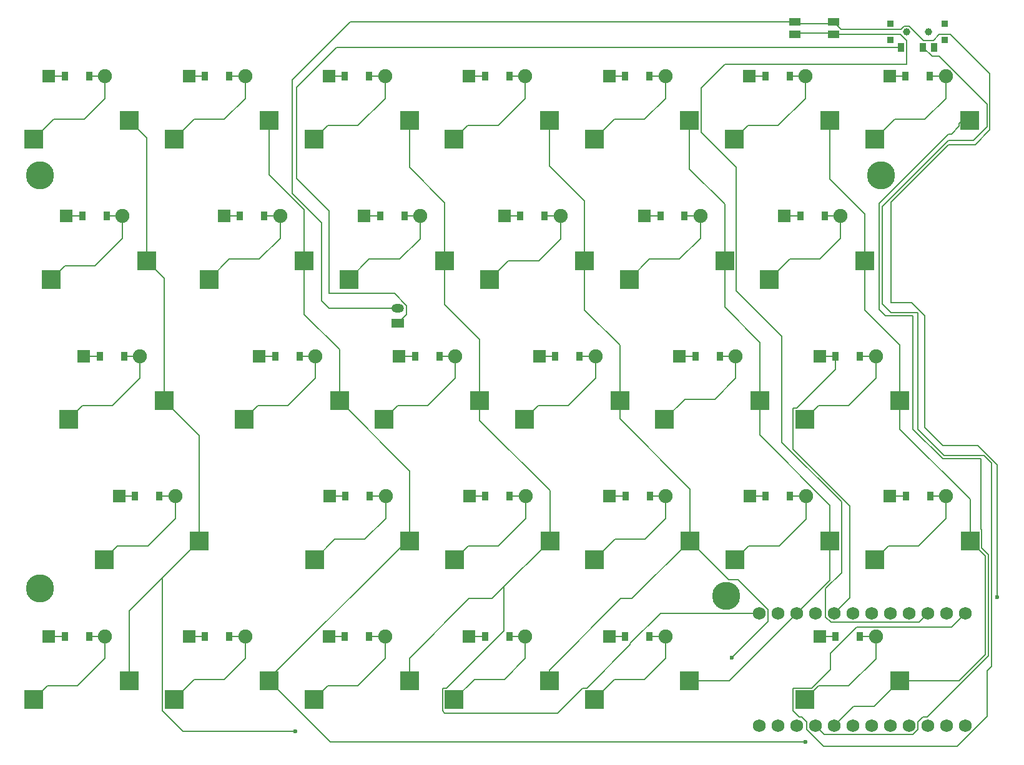
<source format=gbr>
%TF.GenerationSoftware,KiCad,Pcbnew,9.0.7*%
%TF.CreationDate,2026-01-20T23:15:53-08:00*%
%TF.ProjectId,left,6c656674-2e6b-4696-9361-645f70636258,v1.0.0*%
%TF.SameCoordinates,Original*%
%TF.FileFunction,Copper,L2,Bot*%
%TF.FilePolarity,Positive*%
%FSLAX46Y46*%
G04 Gerber Fmt 4.6, Leading zero omitted, Abs format (unit mm)*
G04 Created by KiCad (PCBNEW 9.0.7) date 2026-01-20 23:15:53*
%MOMM*%
%LPD*%
G01*
G04 APERTURE LIST*
%TA.AperFunction,SMDPad,CuDef*%
%ADD10R,0.900000X0.900000*%
%TD*%
%TA.AperFunction,WasherPad*%
%ADD11C,1.000000*%
%TD*%
%TA.AperFunction,SMDPad,CuDef*%
%ADD12R,0.900000X1.250000*%
%TD*%
%TA.AperFunction,SMDPad,CuDef*%
%ADD13R,2.550000X2.500000*%
%TD*%
%TA.AperFunction,ComponentPad*%
%ADD14R,1.778000X1.778000*%
%TD*%
%TA.AperFunction,SMDPad,CuDef*%
%ADD15R,0.900000X1.200000*%
%TD*%
%TA.AperFunction,ComponentPad*%
%ADD16C,1.905000*%
%TD*%
%TA.AperFunction,ComponentPad*%
%ADD17C,3.800000*%
%TD*%
%TA.AperFunction,ComponentPad*%
%ADD18R,1.700000X1.200000*%
%TD*%
%TA.AperFunction,ComponentPad*%
%ADD19O,1.700000X1.200000*%
%TD*%
%TA.AperFunction,SMDPad,CuDef*%
%ADD20R,1.550000X1.000000*%
%TD*%
%TA.AperFunction,ComponentPad*%
%ADD21C,1.752600*%
%TD*%
%TA.AperFunction,ViaPad*%
%ADD22C,0.600000*%
%TD*%
%TA.AperFunction,Conductor*%
%ADD23C,0.200000*%
%TD*%
G04 APERTURE END LIST*
D10*
%TO.P,T1,*%
%TO.N,*%
X210300000Y-63400000D03*
X210300000Y-65600000D03*
D11*
X212500000Y-64500000D03*
X215500000Y-64500000D03*
D10*
X217700000Y-63400000D03*
X217700000Y-65600000D03*
D12*
%TO.P,T1,1*%
%TO.N,pos*%
X211750000Y-66575000D03*
%TO.P,T1,2*%
%TO.N,RAW*%
X214750000Y-66575000D03*
%TO.P,T1,3*%
%TO.N,N/C*%
X216250000Y-66575000D03*
%TD*%
D13*
%TO.P,S5,1*%
%TO.N,P106*%
X107085000Y-76540000D03*
%TO.P,S5,2*%
%TO.N,c1_num*%
X94158000Y-79080000D03*
%TD*%
D14*
%TO.P,D28,1*%
%TO.N,P115*%
X200715000Y-108500000D03*
D15*
X202875000Y-108500000D03*
%TO.P,D28,2*%
%TO.N,c6_home*%
X206175000Y-108500000D03*
D16*
X208335000Y-108500000D03*
%TD*%
D17*
%TO.P,H4,*%
%TO.N,*%
X188050000Y-141000000D03*
%TD*%
D13*
%TO.P,S12,1*%
%TO.N,P009*%
X164135000Y-133540000D03*
%TO.P,S12,2*%
%TO.N,c3_bottom*%
X151208000Y-136080000D03*
%TD*%
D18*
%TO.P,JST1,1*%
%TO.N,pos*%
X143525000Y-104000000D03*
D19*
%TO.P,JST1,2*%
%TO.N,GND*%
X143525000Y-102000000D03*
%TD*%
D14*
%TO.P,D15,1*%
%TO.N,P029*%
X134190000Y-70500000D03*
D15*
X136350000Y-70500000D03*
%TO.P,D15,2*%
%TO.N,c3_num*%
X139650000Y-70500000D03*
D16*
X141810000Y-70500000D03*
%TD*%
D20*
%TO.P,B1,1*%
%TO.N,GND*%
X197375000Y-63150000D03*
X202625000Y-63150000D03*
%TO.P,B1,2*%
%TO.N,RST*%
X197375000Y-64850000D03*
X202625000Y-64850000D03*
%TD*%
D14*
%TO.P,D24,1*%
%TO.N,P031*%
X176952500Y-89500000D03*
D15*
X179112500Y-89500000D03*
%TO.P,D24,2*%
%TO.N,c5_top*%
X182412500Y-89500000D03*
D16*
X184572500Y-89500000D03*
%TD*%
D13*
%TO.P,S4,1*%
%TO.N,P106*%
X109466250Y-95540000D03*
%TO.P,S4,2*%
%TO.N,c1_top*%
X96539250Y-98080000D03*
%TD*%
D14*
%TO.P,D27,1*%
%TO.N,P010*%
X210240000Y-127500000D03*
D15*
X212400000Y-127500000D03*
%TO.P,D27,2*%
%TO.N,c6_bottom*%
X215700000Y-127500000D03*
D16*
X217860000Y-127500000D03*
%TD*%
D14*
%TO.P,D29,1*%
%TO.N,P031*%
X195952500Y-89500000D03*
D15*
X198112500Y-89500000D03*
%TO.P,D29,2*%
%TO.N,c6_top*%
X201412500Y-89500000D03*
D16*
X203572500Y-89500000D03*
%TD*%
D14*
%TO.P,D13,1*%
%TO.N,P115*%
X143715000Y-108500000D03*
D15*
X145875000Y-108500000D03*
%TO.P,D13,2*%
%TO.N,c3_home*%
X149175000Y-108500000D03*
D16*
X151335000Y-108500000D03*
%TD*%
D13*
%TO.P,S17,1*%
%TO.N,P020*%
X183135000Y-133540000D03*
%TO.P,S17,2*%
%TO.N,c4_bottom*%
X170208000Y-136080000D03*
%TD*%
%TO.P,S14,1*%
%TO.N,P009*%
X149847500Y-95540000D03*
%TO.P,S14,2*%
%TO.N,c3_top*%
X136920500Y-98080000D03*
%TD*%
%TO.P,S15,1*%
%TO.N,P009*%
X145085000Y-76540000D03*
%TO.P,S15,2*%
%TO.N,c3_num*%
X132158000Y-79080000D03*
%TD*%
%TO.P,S26,1*%
%TO.N,P024*%
X211610000Y-152540000D03*
%TO.P,S26,2*%
%TO.N,c6_mod*%
X198683000Y-155080000D03*
%TD*%
%TO.P,S19,1*%
%TO.N,P020*%
X168847500Y-95540000D03*
%TO.P,S19,2*%
%TO.N,c4_top*%
X155920500Y-98080000D03*
%TD*%
%TO.P,S23,1*%
%TO.N,P111*%
X192610000Y-114540000D03*
%TO.P,S23,2*%
%TO.N,c5_home*%
X179683000Y-117080000D03*
%TD*%
%TO.P,S25,1*%
%TO.N,P111*%
X183085000Y-76540000D03*
%TO.P,S25,2*%
%TO.N,c5_num*%
X170158000Y-79080000D03*
%TD*%
D14*
%TO.P,D23,1*%
%TO.N,P115*%
X181715000Y-108500000D03*
D15*
X183875000Y-108500000D03*
%TO.P,D23,2*%
%TO.N,c5_home*%
X187175000Y-108500000D03*
D16*
X189335000Y-108500000D03*
%TD*%
D14*
%TO.P,D14,1*%
%TO.N,P031*%
X138952500Y-89500000D03*
D15*
X141112500Y-89500000D03*
%TO.P,D14,2*%
%TO.N,c3_top*%
X144412500Y-89500000D03*
D16*
X146572500Y-89500000D03*
%TD*%
D17*
%TO.P,H3,*%
%TO.N,*%
X95000000Y-140000000D03*
%TD*%
D13*
%TO.P,S13,1*%
%TO.N,P009*%
X154610000Y-114540000D03*
%TO.P,S13,2*%
%TO.N,c3_home*%
X141683000Y-117080000D03*
%TD*%
D14*
%TO.P,D31,1*%
%TO.N,P029*%
X210190000Y-70500000D03*
D15*
X212350000Y-70500000D03*
%TO.P,D31,2*%
%TO.N,c7_num*%
X215650000Y-70500000D03*
D16*
X217810000Y-70500000D03*
%TD*%
D13*
%TO.P,S31,1*%
%TO.N,P100*%
X221085000Y-76540000D03*
%TO.P,S31,2*%
%TO.N,c7_num*%
X208158000Y-79080000D03*
%TD*%
D14*
%TO.P,D10,1*%
%TO.N,P029*%
X115190000Y-70500000D03*
D15*
X117350000Y-70500000D03*
%TO.P,D10,2*%
%TO.N,c2_num*%
X120650000Y-70500000D03*
D16*
X122810000Y-70500000D03*
%TD*%
D13*
%TO.P,S28,1*%
%TO.N,P024*%
X211610000Y-114540000D03*
%TO.P,S28,2*%
%TO.N,c6_home*%
X198683000Y-117080000D03*
%TD*%
%TO.P,S27,1*%
%TO.N,P024*%
X221135000Y-133540000D03*
%TO.P,S27,2*%
%TO.N,c6_bottom*%
X208208000Y-136080000D03*
%TD*%
%TO.P,S24,1*%
%TO.N,P111*%
X187847500Y-95540000D03*
%TO.P,S24,2*%
%TO.N,c5_top*%
X174920500Y-98080000D03*
%TD*%
D17*
%TO.P,H2,*%
%TO.N,*%
X209000000Y-84000000D03*
%TD*%
D13*
%TO.P,S20,1*%
%TO.N,P020*%
X164085000Y-76540000D03*
%TO.P,S20,2*%
%TO.N,c4_num*%
X151158000Y-79080000D03*
%TD*%
D14*
%TO.P,D30,1*%
%TO.N,P029*%
X191190000Y-70500000D03*
D15*
X193350000Y-70500000D03*
%TO.P,D30,2*%
%TO.N,c6_num*%
X196650000Y-70500000D03*
D16*
X198810000Y-70500000D03*
%TD*%
D13*
%TO.P,S3,1*%
%TO.N,P106*%
X111847500Y-114540000D03*
%TO.P,S3,2*%
%TO.N,c1_home*%
X98920500Y-117080000D03*
%TD*%
%TO.P,S30,1*%
%TO.N,P024*%
X202085000Y-76540000D03*
%TO.P,S30,2*%
%TO.N,c6_num*%
X189158000Y-79080000D03*
%TD*%
%TO.P,S10,1*%
%TO.N,P008*%
X126085000Y-76540000D03*
%TO.P,S10,2*%
%TO.N,c2_num*%
X113158000Y-79080000D03*
%TD*%
D14*
%TO.P,D22,1*%
%TO.N,P010*%
X191240000Y-127500000D03*
D15*
X193400000Y-127500000D03*
%TO.P,D22,2*%
%TO.N,c5_bottom*%
X196700000Y-127500000D03*
D16*
X198860000Y-127500000D03*
%TD*%
D14*
%TO.P,D3,1*%
%TO.N,P115*%
X100952500Y-108500000D03*
D15*
X103112500Y-108500000D03*
%TO.P,D3,2*%
%TO.N,c1_home*%
X106412500Y-108500000D03*
D16*
X108572500Y-108500000D03*
%TD*%
D14*
%TO.P,D5,1*%
%TO.N,P029*%
X96190000Y-70500000D03*
D15*
X98350000Y-70500000D03*
%TO.P,D5,2*%
%TO.N,c1_num*%
X101650000Y-70500000D03*
D16*
X103810000Y-70500000D03*
%TD*%
D14*
%TO.P,D2,1*%
%TO.N,P010*%
X105715000Y-127500000D03*
D15*
X107875000Y-127500000D03*
%TO.P,D2,2*%
%TO.N,c1_bottom*%
X111175000Y-127500000D03*
D16*
X113335000Y-127500000D03*
%TD*%
D14*
%TO.P,D17,1*%
%TO.N,P010*%
X172240000Y-127500000D03*
D15*
X174400000Y-127500000D03*
%TO.P,D17,2*%
%TO.N,c4_bottom*%
X177700000Y-127500000D03*
D16*
X179860000Y-127500000D03*
%TD*%
D14*
%TO.P,D11,1*%
%TO.N,P011*%
X134190000Y-146500000D03*
D15*
X136350000Y-146500000D03*
%TO.P,D11,2*%
%TO.N,c3_mod*%
X139650000Y-146500000D03*
D16*
X141810000Y-146500000D03*
%TD*%
D14*
%TO.P,D18,1*%
%TO.N,P115*%
X162715000Y-108500000D03*
D15*
X164875000Y-108500000D03*
%TO.P,D18,2*%
%TO.N,c4_home*%
X168175000Y-108500000D03*
D16*
X170335000Y-108500000D03*
%TD*%
D14*
%TO.P,D12,1*%
%TO.N,P010*%
X153240000Y-127500000D03*
D15*
X155400000Y-127500000D03*
%TO.P,D12,2*%
%TO.N,c3_bottom*%
X158700000Y-127500000D03*
D16*
X160860000Y-127500000D03*
%TD*%
D14*
%TO.P,D20,1*%
%TO.N,P029*%
X153190000Y-70500000D03*
D15*
X155350000Y-70500000D03*
%TO.P,D20,2*%
%TO.N,c4_num*%
X158650000Y-70500000D03*
D16*
X160810000Y-70500000D03*
%TD*%
D14*
%TO.P,D16,1*%
%TO.N,P011*%
X153190000Y-146500000D03*
D15*
X155350000Y-146500000D03*
%TO.P,D16,2*%
%TO.N,c4_mod*%
X158650000Y-146500000D03*
D16*
X160810000Y-146500000D03*
%TD*%
D14*
%TO.P,D21,1*%
%TO.N,P011*%
X172190000Y-146500000D03*
D15*
X174350000Y-146500000D03*
%TO.P,D21,2*%
%TO.N,c5_mod*%
X177650000Y-146500000D03*
D16*
X179810000Y-146500000D03*
%TD*%
D13*
%TO.P,S18,1*%
%TO.N,P020*%
X173610000Y-114540000D03*
%TO.P,S18,2*%
%TO.N,c4_home*%
X160683000Y-117080000D03*
%TD*%
%TO.P,S11,1*%
%TO.N,P009*%
X145085000Y-152540000D03*
%TO.P,S11,2*%
%TO.N,c3_mod*%
X132158000Y-155080000D03*
%TD*%
D14*
%TO.P,D8,1*%
%TO.N,P115*%
X124715000Y-108500000D03*
D15*
X126875000Y-108500000D03*
%TO.P,D8,2*%
%TO.N,c2_home*%
X130175000Y-108500000D03*
D16*
X132335000Y-108500000D03*
%TD*%
D14*
%TO.P,D26,1*%
%TO.N,P011*%
X200715000Y-146500000D03*
D15*
X202875000Y-146500000D03*
%TO.P,D26,2*%
%TO.N,c6_mod*%
X206175000Y-146500000D03*
D16*
X208335000Y-146500000D03*
%TD*%
D14*
%TO.P,D7,1*%
%TO.N,P010*%
X134240000Y-127500000D03*
D15*
X136400000Y-127500000D03*
%TO.P,D7,2*%
%TO.N,c2_bottom*%
X139700000Y-127500000D03*
D16*
X141860000Y-127500000D03*
%TD*%
D13*
%TO.P,S6,1*%
%TO.N,P008*%
X126085000Y-152540000D03*
%TO.P,S6,2*%
%TO.N,c2_mod*%
X113158000Y-155080000D03*
%TD*%
D14*
%TO.P,D6,1*%
%TO.N,P011*%
X115190000Y-146500000D03*
D15*
X117350000Y-146500000D03*
%TO.P,D6,2*%
%TO.N,c2_mod*%
X120650000Y-146500000D03*
D16*
X122810000Y-146500000D03*
%TD*%
D13*
%TO.P,S9,1*%
%TO.N,P008*%
X130847500Y-95540000D03*
%TO.P,S9,2*%
%TO.N,c2_top*%
X117920500Y-98080000D03*
%TD*%
%TO.P,S1,1*%
%TO.N,P106*%
X107085000Y-152540000D03*
%TO.P,S1,2*%
%TO.N,c1_mod*%
X94158000Y-155080000D03*
%TD*%
D14*
%TO.P,D19,1*%
%TO.N,P031*%
X157952500Y-89500000D03*
D15*
X160112500Y-89500000D03*
%TO.P,D19,2*%
%TO.N,c4_top*%
X163412500Y-89500000D03*
D16*
X165572500Y-89500000D03*
%TD*%
D13*
%TO.P,S16,1*%
%TO.N,P020*%
X164085000Y-152540000D03*
%TO.P,S16,2*%
%TO.N,c4_mod*%
X151158000Y-155080000D03*
%TD*%
D14*
%TO.P,D9,1*%
%TO.N,P031*%
X119952500Y-89500000D03*
D15*
X122112500Y-89500000D03*
%TO.P,D9,2*%
%TO.N,c2_top*%
X125412500Y-89500000D03*
D16*
X127572500Y-89500000D03*
%TD*%
D13*
%TO.P,S8,1*%
%TO.N,P008*%
X135610000Y-114540000D03*
%TO.P,S8,2*%
%TO.N,c2_home*%
X122683000Y-117080000D03*
%TD*%
D14*
%TO.P,D1,1*%
%TO.N,P011*%
X96190000Y-146500000D03*
D15*
X98350000Y-146500000D03*
%TO.P,D1,2*%
%TO.N,c1_mod*%
X101650000Y-146500000D03*
D16*
X103810000Y-146500000D03*
%TD*%
D14*
%TO.P,D4,1*%
%TO.N,P031*%
X98571250Y-89500000D03*
D15*
X100731250Y-89500000D03*
%TO.P,D4,2*%
%TO.N,c1_top*%
X104031250Y-89500000D03*
D16*
X106191250Y-89500000D03*
%TD*%
D17*
%TO.P,H1,*%
%TO.N,*%
X95000000Y-84000000D03*
%TD*%
D13*
%TO.P,S21,1*%
%TO.N,P111*%
X183085000Y-152540000D03*
%TO.P,S21,2*%
%TO.N,c5_mod*%
X170158000Y-155080000D03*
%TD*%
%TO.P,S29,1*%
%TO.N,P024*%
X206847500Y-95540000D03*
%TO.P,S29,2*%
%TO.N,c6_top*%
X193920500Y-98080000D03*
%TD*%
%TO.P,S22,1*%
%TO.N,P111*%
X202135000Y-133540000D03*
%TO.P,S22,2*%
%TO.N,c5_bottom*%
X189208000Y-136080000D03*
%TD*%
D14*
%TO.P,D25,1*%
%TO.N,P029*%
X172190000Y-70500000D03*
D15*
X174350000Y-70500000D03*
%TO.P,D25,2*%
%TO.N,c5_num*%
X177650000Y-70500000D03*
D16*
X179810000Y-70500000D03*
%TD*%
D13*
%TO.P,S7,1*%
%TO.N,P008*%
X145135000Y-133540000D03*
%TO.P,S7,2*%
%TO.N,c2_bottom*%
X132208000Y-136080000D03*
%TD*%
%TO.P,S2,1*%
%TO.N,P106*%
X116610000Y-133540000D03*
%TO.P,S2,2*%
%TO.N,c1_bottom*%
X103683000Y-136080000D03*
%TD*%
D21*
%TO.P,MCU1,1*%
%TO.N,P006*%
X220495000Y-158620000D03*
%TO.P,MCU1,2*%
%TO.N,P008*%
X217955000Y-158620000D03*
%TO.P,MCU1,3*%
%TO.N,GND*%
X215415000Y-158620000D03*
%TO.P,MCU1,4*%
X212875000Y-158620000D03*
%TO.P,MCU1,5*%
%TO.N,P017*%
X210335000Y-158620000D03*
%TO.P,MCU1,6*%
%TO.N,P020*%
X207795000Y-158620000D03*
%TO.P,MCU1,7*%
%TO.N,P022*%
X205255000Y-158620000D03*
%TO.P,MCU1,8*%
%TO.N,P024*%
X202715000Y-158620000D03*
%TO.P,MCU1,9*%
%TO.N,P100*%
X200175000Y-158620000D03*
%TO.P,MCU1,10*%
%TO.N,P011*%
X197635000Y-158620000D03*
%TO.P,MCU1,11*%
%TO.N,P104*%
X195095000Y-158620000D03*
%TO.P,MCU1,12*%
%TO.N,P106*%
X192555000Y-158620000D03*
%TO.P,MCU1,13*%
%TO.N,P009*%
X192555000Y-143380000D03*
%TO.P,MCU1,14*%
%TO.N,P010*%
X195095000Y-143380000D03*
%TO.P,MCU1,15*%
%TO.N,P111*%
X197635000Y-143380000D03*
%TO.P,MCU1,16*%
%TO.N,P113*%
X200175000Y-143380000D03*
%TO.P,MCU1,17*%
%TO.N,P115*%
X202715000Y-143380000D03*
%TO.P,MCU1,18*%
%TO.N,P002*%
X205255000Y-143380000D03*
%TO.P,MCU1,19*%
%TO.N,P029*%
X207795000Y-143380000D03*
%TO.P,MCU1,20*%
%TO.N,P031*%
X210335000Y-143380000D03*
%TO.P,MCU1,21*%
%TO.N,VCC*%
X212875000Y-143380000D03*
%TO.P,MCU1,22*%
%TO.N,RST*%
X215415000Y-143380000D03*
%TO.P,MCU1,23*%
%TO.N,GND*%
X217955000Y-143380000D03*
%TO.P,MCU1,24*%
%TO.N,RAW*%
X220495000Y-143380000D03*
%TD*%
D22*
%TO.N,P106*%
X129600000Y-159400000D03*
%TO.N,P008*%
X198800000Y-160800000D03*
%TO.N,P020*%
X188800000Y-149400000D03*
%TO.N,GND*%
X224800000Y-141200000D03*
%TD*%
D23*
%TO.N,P106*%
X116610000Y-119302500D02*
X116610000Y-133540000D01*
X111847500Y-114540000D02*
X116610000Y-119302500D01*
X109466250Y-95540000D02*
X111847500Y-97921250D01*
X107085000Y-143065000D02*
X116610000Y-133540000D01*
X114351000Y-159400000D02*
X129600000Y-159400000D01*
X109466250Y-78921250D02*
X109466250Y-95540000D01*
X107085000Y-152540000D02*
X107085000Y-143065000D01*
X111847500Y-97921250D02*
X111847500Y-114540000D01*
X111582000Y-138568000D02*
X111582000Y-156631000D01*
X107085000Y-76540000D02*
X109466250Y-78921250D01*
X116610000Y-133540000D02*
X111582000Y-138568000D01*
X111582000Y-156631000D02*
X114351000Y-159400000D01*
%TO.N,c1_mod*%
X101650000Y-146500000D02*
X103810000Y-146500000D01*
X103810000Y-146500000D02*
X103810000Y-149506189D01*
X100087189Y-153229000D02*
X96009000Y-153229000D01*
X103810000Y-149506189D02*
X100087189Y-153229000D01*
X96009000Y-153229000D02*
X94158000Y-155080000D01*
%TO.N,c1_bottom*%
X113335000Y-127500000D02*
X113335000Y-130506189D01*
X111175000Y-127500000D02*
X113335000Y-127500000D01*
X113335000Y-130506189D02*
X109612189Y-134229000D01*
X109612189Y-134229000D02*
X105534000Y-134229000D01*
X105534000Y-134229000D02*
X103683000Y-136080000D01*
%TO.N,c1_home*%
X108572500Y-111506189D02*
X104849689Y-115229000D01*
X106412500Y-108500000D02*
X108572500Y-108500000D01*
X104849689Y-115229000D02*
X100771500Y-115229000D01*
X108572500Y-108500000D02*
X108572500Y-111506189D01*
X100771500Y-115229000D02*
X98920500Y-117080000D01*
%TO.N,c1_top*%
X98390250Y-96229000D02*
X102468439Y-96229000D01*
X106191250Y-89500000D02*
X104031250Y-89500000D01*
X96539250Y-98080000D02*
X98390250Y-96229000D01*
X102468439Y-96229000D02*
X106191250Y-92506189D01*
X106191250Y-92506189D02*
X106191250Y-89500000D01*
%TO.N,c1_num*%
X94158000Y-79080000D02*
X96893100Y-76344900D01*
X103810000Y-70500000D02*
X101650000Y-70500000D01*
X100971289Y-76344900D02*
X103810000Y-73506189D01*
X96893100Y-76344900D02*
X100971289Y-76344900D01*
X103810000Y-73506189D02*
X103810000Y-70500000D01*
%TO.N,P008*%
X145135000Y-133540000D02*
X145135000Y-124065000D01*
X126085000Y-83885000D02*
X130847500Y-88647500D01*
X126085000Y-152540000D02*
X126085000Y-152225000D01*
X126085000Y-152540000D02*
X134345000Y-160800000D01*
X144770000Y-133540000D02*
X145135000Y-133540000D01*
X145135000Y-124065000D02*
X135610000Y-114540000D01*
X126085000Y-76540000D02*
X126085000Y-83885000D01*
X134345000Y-160800000D02*
X198800000Y-160800000D01*
X130847500Y-102847500D02*
X135610000Y-107610000D01*
X126085000Y-152225000D02*
X144770000Y-133540000D01*
X130847500Y-95540000D02*
X130847500Y-102847500D01*
X130847500Y-88647500D02*
X130847500Y-95540000D01*
X135610000Y-107610000D02*
X135610000Y-114540000D01*
%TO.N,c2_mod*%
X113158000Y-155080000D02*
X115893100Y-152344900D01*
X122810000Y-146500000D02*
X120650000Y-146500000D01*
X122810000Y-149506189D02*
X122810000Y-146500000D01*
X119971289Y-152344900D02*
X122810000Y-149506189D01*
X115893100Y-152344900D02*
X119971289Y-152344900D01*
%TO.N,c2_bottom*%
X139021289Y-133344900D02*
X141860000Y-130506189D01*
X141860000Y-130506189D02*
X141860000Y-127500000D01*
X141860000Y-127500000D02*
X139700000Y-127500000D01*
X132208000Y-136080000D02*
X134943100Y-133344900D01*
X134943100Y-133344900D02*
X139021289Y-133344900D01*
%TO.N,c2_home*%
X132335000Y-111506189D02*
X128612189Y-115229000D01*
X132335000Y-108500000D02*
X132335000Y-111506189D01*
X124534000Y-115229000D02*
X122683000Y-117080000D01*
X130175000Y-108500000D02*
X132335000Y-108500000D01*
X128612189Y-115229000D02*
X124534000Y-115229000D01*
%TO.N,c2_top*%
X127572500Y-89500000D02*
X125412500Y-89500000D01*
X117920500Y-98080000D02*
X120655600Y-95344900D01*
X124733789Y-95344900D02*
X127572500Y-92506189D01*
X127572500Y-92506189D02*
X127572500Y-89500000D01*
X120655600Y-95344900D02*
X124733789Y-95344900D01*
%TO.N,c2_num*%
X122810000Y-70500000D02*
X120650000Y-70500000D01*
X119971289Y-76344900D02*
X122810000Y-73506189D01*
X115893100Y-76344900D02*
X119971289Y-76344900D01*
X122810000Y-73506189D02*
X122810000Y-70500000D01*
X113158000Y-79080000D02*
X115893100Y-76344900D01*
%TO.N,P009*%
X149882000Y-156931000D02*
X165180000Y-156931000D01*
X164135000Y-133540000D02*
X157899000Y-139776000D01*
X154610000Y-117210000D02*
X164135000Y-126735000D01*
X145085000Y-76540000D02*
X145085000Y-82885000D01*
X154610000Y-106210000D02*
X154610000Y-114540000D01*
X179118000Y-143380000D02*
X192555000Y-143380000D01*
X149847500Y-87647500D02*
X149847500Y-95540000D01*
X149582000Y-156631000D02*
X149882000Y-156931000D01*
X156275000Y-141400000D02*
X164135000Y-133540000D01*
X157899000Y-139776000D02*
X157899000Y-145784811D01*
X168582000Y-153529000D02*
X169154811Y-153529000D01*
X165180000Y-156931000D02*
X168582000Y-153529000D01*
X169154811Y-153529000D02*
X175028711Y-147655100D01*
X145085000Y-82885000D02*
X149847500Y-87647500D01*
X154610000Y-114540000D02*
X154610000Y-117210000D01*
X145085000Y-149515000D02*
X153200000Y-141400000D01*
X153200000Y-141400000D02*
X156275000Y-141400000D01*
X157899000Y-145784811D02*
X150154811Y-153529000D01*
X175028711Y-147469289D02*
X179118000Y-143380000D01*
X145085000Y-152540000D02*
X145085000Y-149515000D01*
X150154811Y-153529000D02*
X149582000Y-153529000D01*
X149847500Y-95540000D02*
X149847500Y-101447500D01*
X149847500Y-101447500D02*
X154610000Y-106210000D01*
X149582000Y-153529000D02*
X149582000Y-156631000D01*
X164135000Y-126735000D02*
X164135000Y-133540000D01*
X175028711Y-147655100D02*
X175028711Y-147469289D01*
%TO.N,c3_mod*%
X134009000Y-153229000D02*
X132158000Y-155080000D01*
X141810000Y-146500000D02*
X141810000Y-149506189D01*
X139650000Y-146500000D02*
X141810000Y-146500000D01*
X141810000Y-149506189D02*
X138087189Y-153229000D01*
X138087189Y-153229000D02*
X134009000Y-153229000D01*
%TO.N,c3_bottom*%
X158700000Y-127500000D02*
X160860000Y-127500000D01*
X160860000Y-127500000D02*
X160860000Y-130506189D01*
X160860000Y-130506189D02*
X157137189Y-134229000D01*
X157137189Y-134229000D02*
X153059000Y-134229000D01*
X153059000Y-134229000D02*
X151208000Y-136080000D01*
%TO.N,c3_home*%
X147612189Y-115229000D02*
X143534000Y-115229000D01*
X151335000Y-111506189D02*
X147612189Y-115229000D01*
X149175000Y-108500000D02*
X151335000Y-108500000D01*
X151335000Y-108500000D02*
X151335000Y-111506189D01*
X143534000Y-115229000D02*
X141683000Y-117080000D01*
%TO.N,c3_top*%
X146572500Y-89500000D02*
X144412500Y-89500000D01*
X146572500Y-92570257D02*
X146572500Y-89500000D01*
X136920500Y-98080000D02*
X139655600Y-95344900D01*
X143797857Y-95344900D02*
X146572500Y-92570257D01*
X139655600Y-95344900D02*
X143797857Y-95344900D01*
%TO.N,c3_num*%
X141810000Y-73506189D02*
X138087189Y-77229000D01*
X134009000Y-77229000D02*
X132158000Y-79080000D01*
X141810000Y-70500000D02*
X141810000Y-73506189D01*
X138087189Y-77229000D02*
X134009000Y-77229000D01*
X139650000Y-70500000D02*
X141810000Y-70500000D01*
%TO.N,P020*%
X189638954Y-138799000D02*
X193732300Y-142892346D01*
X164085000Y-82685000D02*
X168847500Y-87447500D01*
X173610000Y-114540000D02*
X173610000Y-107010000D01*
X168847500Y-87447500D02*
X168847500Y-95540000D01*
X183135000Y-126535000D02*
X173610000Y-117010000D01*
X193732300Y-144467700D02*
X188800000Y-149400000D01*
X193732300Y-142892346D02*
X193732300Y-144467700D01*
X173610000Y-107010000D02*
X168847500Y-102247500D01*
X183135000Y-133540000D02*
X183135000Y-126535000D01*
X164085000Y-152540000D02*
X164085000Y-151090000D01*
X175275000Y-141400000D02*
X183135000Y-133540000D01*
X173610000Y-117010000D02*
X173610000Y-114540000D01*
X168847500Y-102247500D02*
X168847500Y-95540000D01*
X164085000Y-151090000D02*
X173775000Y-141400000D01*
X188394000Y-138799000D02*
X189638954Y-138799000D01*
X173775000Y-141400000D02*
X175275000Y-141400000D01*
X183135000Y-133540000D02*
X188394000Y-138799000D01*
X164085000Y-76540000D02*
X164085000Y-82685000D01*
%TO.N,c4_mod*%
X151158000Y-155080000D02*
X153893100Y-152344900D01*
X160810000Y-149506189D02*
X160810000Y-146500000D01*
X157971289Y-152344900D02*
X160810000Y-149506189D01*
X160810000Y-146500000D02*
X158650000Y-146500000D01*
X153893100Y-152344900D02*
X157971289Y-152344900D01*
%TO.N,c4_bottom*%
X177021289Y-133344900D02*
X179860000Y-130506189D01*
X179860000Y-127500000D02*
X177700000Y-127500000D01*
X179860000Y-130506189D02*
X179860000Y-127500000D01*
X170208000Y-136080000D02*
X172943100Y-133344900D01*
X172943100Y-133344900D02*
X177021289Y-133344900D01*
%TO.N,c4_home*%
X166612189Y-115229000D02*
X162534000Y-115229000D01*
X162534000Y-115229000D02*
X160683000Y-117080000D01*
X168175000Y-108500000D02*
X170335000Y-108500000D01*
X170335000Y-111506189D02*
X166612189Y-115229000D01*
X170335000Y-108500000D02*
X170335000Y-111506189D01*
%TO.N,c4_top*%
X165572500Y-92570257D02*
X165572500Y-89500000D01*
X158474689Y-95525811D02*
X162616946Y-95525811D01*
X155920500Y-98080000D02*
X158474689Y-95525811D01*
X162616946Y-95525811D02*
X165572500Y-92570257D01*
X165572500Y-89500000D02*
X163412500Y-89500000D01*
%TO.N,c4_num*%
X160810000Y-70500000D02*
X160810000Y-73570257D01*
X153009000Y-77229000D02*
X151158000Y-79080000D01*
X158650000Y-70500000D02*
X160810000Y-70500000D01*
X160810000Y-73570257D02*
X157151257Y-77229000D01*
X157151257Y-77229000D02*
X153009000Y-77229000D01*
%TO.N,P111*%
X202135000Y-138880000D02*
X197635000Y-143380000D01*
X202135000Y-133540000D02*
X202135000Y-138880000D01*
X188475000Y-152540000D02*
X197635000Y-143380000D01*
X187847500Y-101847500D02*
X192610000Y-106610000D01*
X192610000Y-114540000D02*
X192610000Y-119210000D01*
X202135000Y-128735000D02*
X202135000Y-133540000D01*
X187847500Y-95540000D02*
X187847500Y-101847500D01*
X192610000Y-119210000D02*
X202135000Y-128735000D01*
X183085000Y-152540000D02*
X188475000Y-152540000D01*
X183085000Y-76540000D02*
X183085000Y-83085000D01*
X183085000Y-83085000D02*
X187847500Y-87847500D01*
X187847500Y-87847500D02*
X187847500Y-95540000D01*
X192610000Y-106610000D02*
X192610000Y-114540000D01*
%TO.N,c5_mod*%
X170158000Y-155080000D02*
X172893100Y-152344900D01*
X179810000Y-149506189D02*
X179810000Y-146500000D01*
X176971289Y-152344900D02*
X179810000Y-149506189D01*
X172893100Y-152344900D02*
X176971289Y-152344900D01*
X179810000Y-146500000D02*
X177650000Y-146500000D01*
%TO.N,c5_bottom*%
X191059000Y-134229000D02*
X189208000Y-136080000D01*
X195201257Y-134229000D02*
X191059000Y-134229000D01*
X198860000Y-130570257D02*
X195201257Y-134229000D01*
X198860000Y-127500000D02*
X198860000Y-130570257D01*
X196700000Y-127500000D02*
X198860000Y-127500000D01*
%TO.N,c5_home*%
X189335000Y-108500000D02*
X187175000Y-108500000D01*
X182418100Y-114344900D02*
X186496289Y-114344900D01*
X186496289Y-114344900D02*
X189335000Y-111506189D01*
X179683000Y-117080000D02*
X182418100Y-114344900D01*
X189335000Y-111506189D02*
X189335000Y-108500000D01*
%TO.N,c5_top*%
X174920500Y-98080000D02*
X177655600Y-95344900D01*
X177655600Y-95344900D02*
X181733789Y-95344900D01*
X181733789Y-95344900D02*
X184572500Y-92506189D01*
X184572500Y-89500000D02*
X182412500Y-89500000D01*
X184572500Y-92506189D02*
X184572500Y-89500000D01*
%TO.N,c5_num*%
X179810000Y-70500000D02*
X177650000Y-70500000D01*
X172893100Y-76344900D02*
X176971289Y-76344900D01*
X176971289Y-76344900D02*
X179810000Y-73506189D01*
X170158000Y-79080000D02*
X172893100Y-76344900D01*
X179810000Y-73506189D02*
X179810000Y-70500000D01*
%TO.N,P024*%
X211610000Y-107010000D02*
X211610000Y-114540000D01*
X211610000Y-114540000D02*
X211610000Y-118410000D01*
X205335000Y-156000000D02*
X208150000Y-156000000D01*
X211610000Y-118410000D02*
X221135000Y-127935000D01*
X206847500Y-102247500D02*
X211610000Y-107010000D01*
X223200000Y-149000000D02*
X219660000Y-152540000D01*
X206847500Y-95540000D02*
X206847500Y-102247500D01*
X221135000Y-133540000D02*
X223200000Y-135605000D01*
X219660000Y-152540000D02*
X211610000Y-152540000D01*
X223200000Y-135605000D02*
X223200000Y-149000000D01*
X221135000Y-127935000D02*
X221135000Y-133540000D01*
X202715000Y-158620000D02*
X205335000Y-156000000D01*
X208150000Y-156000000D02*
X211610000Y-152540000D01*
X202085000Y-84485000D02*
X206847500Y-89247500D01*
X202085000Y-76540000D02*
X202085000Y-84485000D01*
X206847500Y-89247500D02*
X206847500Y-95540000D01*
%TO.N,c6_mod*%
X200534000Y-153229000D02*
X198683000Y-155080000D01*
X206175000Y-146500000D02*
X208335000Y-146500000D01*
X208335000Y-146500000D02*
X208335000Y-149570257D01*
X204676257Y-153229000D02*
X200534000Y-153229000D01*
X208335000Y-149570257D02*
X204676257Y-153229000D01*
%TO.N,c6_bottom*%
X210059000Y-134229000D02*
X208208000Y-136080000D01*
X214137189Y-134229000D02*
X210059000Y-134229000D01*
X215700000Y-127500000D02*
X217860000Y-127500000D01*
X217860000Y-130506189D02*
X214137189Y-134229000D01*
X217860000Y-127500000D02*
X217860000Y-130506189D01*
%TO.N,c6_home*%
X200534000Y-115229000D02*
X198683000Y-117080000D01*
X206175000Y-108500000D02*
X208335000Y-108500000D01*
X208335000Y-111506189D02*
X204612189Y-115229000D01*
X204612189Y-115229000D02*
X200534000Y-115229000D01*
X208335000Y-108500000D02*
X208335000Y-111506189D01*
%TO.N,c6_top*%
X193920500Y-98080000D02*
X196655600Y-95344900D01*
X203572500Y-92506189D02*
X203572500Y-89500000D01*
X200733789Y-95344900D02*
X203572500Y-92506189D01*
X203572500Y-89500000D02*
X201412500Y-89500000D01*
X196655600Y-95344900D02*
X200733789Y-95344900D01*
%TO.N,c6_num*%
X198810000Y-73506189D02*
X195087189Y-77229000D01*
X198810000Y-70500000D02*
X198810000Y-73506189D01*
X195087189Y-77229000D02*
X191009000Y-77229000D01*
X191009000Y-77229000D02*
X189158000Y-79080000D01*
X196650000Y-70500000D02*
X198810000Y-70500000D01*
%TO.N,P100*%
X221085000Y-76540000D02*
X220060000Y-76540000D01*
X223601000Y-149166100D02*
X215324400Y-157442700D01*
X209600000Y-103000000D02*
X213400000Y-103000000D01*
X222711000Y-131989000D02*
X222711000Y-134548900D01*
X222600000Y-131989000D02*
X222711000Y-131989000D01*
X223601000Y-135438900D02*
X223601000Y-149166100D01*
X218576709Y-78391000D02*
X218209000Y-78391000D01*
X213400000Y-118400000D02*
X217400000Y-122400000D01*
X201352300Y-159797300D02*
X200175000Y-158620000D01*
X218209000Y-78391000D02*
X208800000Y-87800000D01*
X222600000Y-122400000D02*
X222600000Y-131989000D01*
X215324400Y-157442700D02*
X214741946Y-157442700D01*
X217400000Y-122400000D02*
X222600000Y-122400000D01*
X220060000Y-76540000D02*
X219661000Y-76939000D01*
X214741946Y-157442700D02*
X214052300Y-158132346D01*
X219661000Y-77306709D02*
X218576709Y-78391000D01*
X222711000Y-134548900D02*
X223601000Y-135438900D01*
X213362654Y-159797300D02*
X201352300Y-159797300D01*
X213400000Y-103000000D02*
X213400000Y-118400000D01*
X208800000Y-87800000D02*
X208800000Y-102200000D01*
X214052300Y-159107654D02*
X213362654Y-159797300D01*
X208800000Y-102200000D02*
X209600000Y-103000000D01*
X219661000Y-76939000D02*
X219661000Y-77306709D01*
X214052300Y-158132346D02*
X214052300Y-159107654D01*
%TO.N,c7_num*%
X214971289Y-76344900D02*
X217810000Y-73506189D01*
X208158000Y-79080000D02*
X210893100Y-76344900D01*
X217810000Y-70500000D02*
X215650000Y-70500000D01*
X210893100Y-76344900D02*
X214971289Y-76344900D01*
X217810000Y-73506189D02*
X217810000Y-70500000D01*
%TO.N,RAW*%
X209200000Y-101400000D02*
X209200000Y-88200000D01*
X214000000Y-118400000D02*
X214000000Y-102600000D01*
X214000000Y-102600000D02*
X210400000Y-102600000D01*
X209200000Y-88200000D02*
X218200000Y-79200000D01*
X217600000Y-122000000D02*
X214000000Y-118400000D01*
X223400000Y-77352000D02*
X223400000Y-74317283D01*
X216882717Y-67800000D02*
X215975000Y-67800000D01*
X223400000Y-157379954D02*
X223400000Y-151200000D01*
X199666900Y-153529000D02*
X197107000Y-153529000D01*
X215975000Y-67800000D02*
X214750000Y-66575000D01*
X198997700Y-159107654D02*
X201289046Y-161399000D01*
X218200000Y-79200000D02*
X221552000Y-79200000D01*
X224002000Y-150598000D02*
X224002000Y-123002000D01*
X201289046Y-161399000D02*
X219380954Y-161399000D01*
X224002000Y-123002000D02*
X223000000Y-122000000D01*
X197107000Y-153529000D02*
X197107000Y-156631000D01*
X210400000Y-102600000D02*
X209200000Y-101400000D01*
X223000000Y-122000000D02*
X217600000Y-122000000D01*
X220495000Y-143380000D02*
X218628500Y-145246500D01*
X223400000Y-151200000D02*
X224002000Y-150598000D01*
X223400000Y-74317283D02*
X216882717Y-67800000D01*
X197107000Y-156631000D02*
X197918700Y-157442700D01*
X221552000Y-79200000D02*
X223400000Y-77352000D01*
X198997700Y-158132346D02*
X198997700Y-159107654D01*
X202180100Y-148842900D02*
X202180100Y-151015800D01*
X218628500Y-145246500D02*
X205776500Y-145246500D01*
X219380954Y-161399000D02*
X223400000Y-157379954D01*
X205776500Y-145246500D02*
X202180100Y-148842900D01*
X198308054Y-157442700D02*
X198997700Y-158132346D01*
X202180100Y-151015800D02*
X199666900Y-153529000D01*
X197918700Y-157442700D02*
X198308054Y-157442700D01*
%TO.N,GND*%
X223801000Y-77799000D02*
X221800000Y-79800000D01*
X217400000Y-120600000D02*
X222167100Y-120600000D01*
X221800000Y-79800000D02*
X218400000Y-79800000D01*
X134200000Y-102000000D02*
X143525000Y-102000000D01*
X212183550Y-85783550D02*
X210400000Y-87567100D01*
X223801000Y-70199000D02*
X223801000Y-77799000D01*
X216949000Y-64849000D02*
X218451000Y-64849000D01*
X215000000Y-118200000D02*
X217400000Y-120600000D01*
X210400000Y-101200000D02*
X213167100Y-101200000D01*
X203626000Y-64151000D02*
X211716215Y-64151000D01*
X215000000Y-103400000D02*
X215000000Y-118200000D01*
X216149000Y-65649000D02*
X216949000Y-64849000D01*
X133200000Y-90432900D02*
X133200000Y-101000000D01*
X218400000Y-79800000D02*
X218167100Y-79800000D01*
X129200000Y-71000000D02*
X129200000Y-86432900D01*
X212168215Y-63699000D02*
X212831785Y-63699000D01*
X218167100Y-79800000D02*
X212183550Y-85783550D01*
X218451000Y-64849000D02*
X223801000Y-70199000D01*
X197375000Y-63150000D02*
X137050000Y-63150000D01*
X214781785Y-65649000D02*
X216149000Y-65649000D01*
X137050000Y-63150000D02*
X129200000Y-71000000D01*
X210400000Y-87567100D02*
X210400000Y-101200000D01*
X215000000Y-103032900D02*
X215000000Y-103400000D01*
X212831785Y-63699000D02*
X214781785Y-65649000D01*
X222167100Y-120600000D02*
X224800000Y-123232900D01*
X211716215Y-64151000D02*
X212168215Y-63699000D01*
X202424000Y-63351000D02*
X202625000Y-63150000D01*
X197576000Y-63351000D02*
X202424000Y-63351000D01*
X129200000Y-86432900D02*
X133200000Y-90432900D01*
X133200000Y-101000000D02*
X134200000Y-102000000D01*
X213167100Y-101200000D02*
X215000000Y-103032900D01*
X202625000Y-63150000D02*
X203626000Y-64151000D01*
X224800000Y-123232900D02*
X224800000Y-141200000D01*
X197375000Y-63150000D02*
X197576000Y-63351000D01*
%TO.N,RST*%
X211702000Y-64850000D02*
X202625000Y-64850000D01*
X202424000Y-64649000D02*
X202625000Y-64850000D01*
X215415000Y-143380000D02*
X214237700Y-144557300D01*
X212501000Y-65649000D02*
X211702000Y-64850000D01*
X187885743Y-68894000D02*
X212501000Y-68894000D01*
X184661000Y-78091000D02*
X184661000Y-72118743D01*
X201537700Y-143867654D02*
X201537700Y-140044400D01*
X214237700Y-144557300D02*
X202227346Y-144557300D01*
X202227346Y-144557300D02*
X201537700Y-143867654D01*
X197375000Y-64850000D02*
X197576000Y-64649000D01*
X195600000Y-105765000D02*
X189423500Y-99588500D01*
X197576000Y-64649000D02*
X202424000Y-64649000D01*
X184661000Y-72118743D02*
X187885743Y-68894000D01*
X195600000Y-120167100D02*
X195600000Y-105765000D01*
X189423500Y-99588500D02*
X189423500Y-82853500D01*
X189423500Y-82853500D02*
X184661000Y-78091000D01*
X203711000Y-137871100D02*
X203711000Y-128278100D01*
X212501000Y-68894000D02*
X212501000Y-65649000D01*
X201537700Y-140044400D02*
X203711000Y-137871100D01*
X203711000Y-128278100D02*
X195600000Y-120167100D01*
%TO.N,P031*%
X160112500Y-89500000D02*
X157952500Y-89500000D01*
X141112500Y-89500000D02*
X138952500Y-89500000D01*
X122112500Y-89500000D02*
X119952500Y-89500000D01*
X198112500Y-89500000D02*
X195952500Y-89500000D01*
X100731250Y-89500000D02*
X98571250Y-89500000D01*
X179112500Y-89500000D02*
X176952500Y-89500000D01*
%TO.N,P029*%
X134190000Y-70500000D02*
X136350000Y-70500000D01*
X153190000Y-70500000D02*
X155350000Y-70500000D01*
X98350000Y-70500000D02*
X96190000Y-70500000D01*
X212350000Y-70500000D02*
X210190000Y-70500000D01*
X191190000Y-70500000D02*
X193350000Y-70500000D01*
X115190000Y-70500000D02*
X117350000Y-70500000D01*
X174350000Y-70500000D02*
X172190000Y-70500000D01*
%TO.N,P115*%
X204800000Y-141295000D02*
X202715000Y-143380000D01*
X204800000Y-128800000D02*
X204800000Y-141295000D01*
X162715000Y-108500000D02*
X164875000Y-108500000D01*
X143715000Y-108500000D02*
X145875000Y-108500000D01*
X200715000Y-108500000D02*
X202875000Y-108500000D01*
X197107000Y-121107000D02*
X204800000Y-128800000D01*
X202875000Y-108500000D02*
X202875000Y-110269743D01*
X124715000Y-108500000D02*
X126875000Y-108500000D01*
X202875000Y-110269743D02*
X197615743Y-115529000D01*
X197107000Y-115529000D02*
X197107000Y-121107000D01*
X197615743Y-115529000D02*
X197107000Y-115529000D01*
X100952500Y-108500000D02*
X103112500Y-108500000D01*
X183875000Y-108500000D02*
X181715000Y-108500000D01*
%TO.N,P010*%
X153240000Y-127500000D02*
X155400000Y-127500000D01*
X105715000Y-127500000D02*
X107875000Y-127500000D01*
X136400000Y-127500000D02*
X134240000Y-127500000D01*
X191240000Y-127500000D02*
X193400000Y-127500000D01*
X174400000Y-127500000D02*
X172240000Y-127500000D01*
X210240000Y-127500000D02*
X212400000Y-127500000D01*
%TO.N,P011*%
X200715000Y-146500000D02*
X202875000Y-146500000D01*
X96190000Y-146500000D02*
X98350000Y-146500000D01*
X174350000Y-146500000D02*
X172190000Y-146500000D01*
X155350000Y-146500000D02*
X153190000Y-146500000D01*
X134190000Y-146500000D02*
X136350000Y-146500000D01*
X117350000Y-146500000D02*
X115190000Y-146500000D01*
%TO.N,pos*%
X144676000Y-101626794D02*
X144676000Y-102849000D01*
X134200000Y-88800000D02*
X134200000Y-100000000D01*
X134200000Y-100000000D02*
X143049206Y-100000000D01*
X135225000Y-66575000D02*
X129800000Y-72000000D01*
X144676000Y-102849000D02*
X143525000Y-104000000D01*
X129800000Y-72000000D02*
X129800000Y-84400000D01*
X211750000Y-66575000D02*
X135225000Y-66575000D01*
X143049206Y-100000000D02*
X144676000Y-101626794D01*
X129800000Y-84400000D02*
X134200000Y-88800000D01*
%TD*%
M02*

</source>
